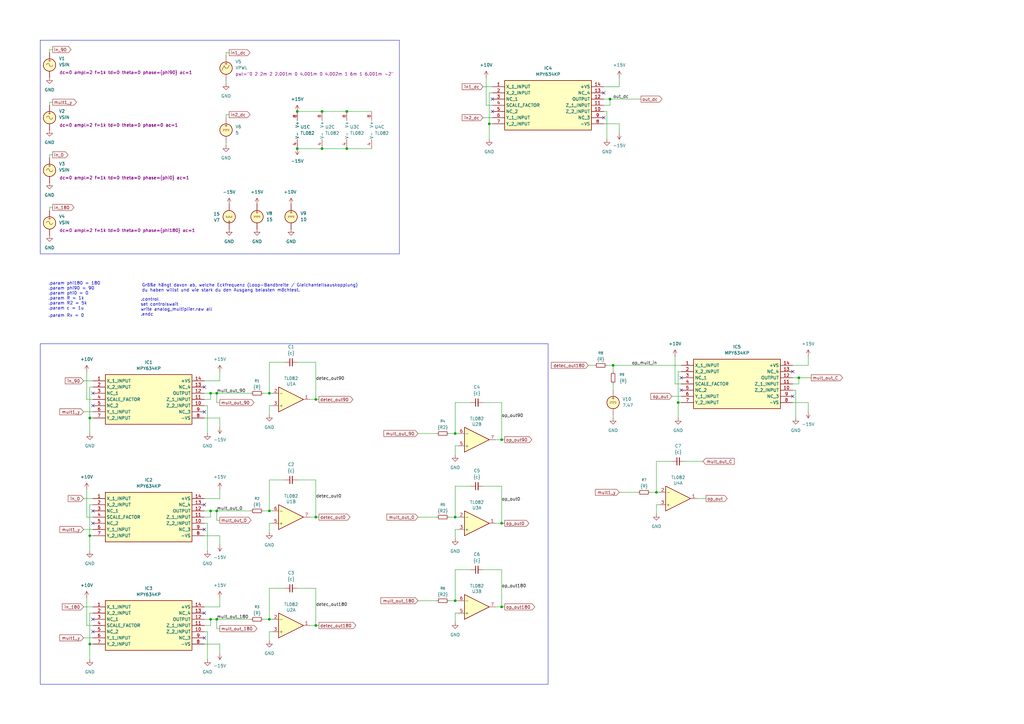
<source format=kicad_sch>
(kicad_sch (version 20250114) (generator "eeschema") (generator_version "9.0")
  (paper "A3")
  (rectangle (start 16.51 140.97) (end 224.79 280.67))
  (rectangle (start 16.51 16.51) (end 163.83 104.14))
  (text ".param phi180 = 180\n.param phi90 = 90\n.param phi0 = 0\n.param R = 1k\n.param R2 = 5k\n.param c = 1u" (at 19.812 121.412 0) (effects (font (size 1.27 1.27)) (justify left)))
  (text ".param Rx = 0\n\n\n" (at 19.812 131.572 0) (effects (font (size 1.27 1.27)) (justify left)))
  (text ".control\nset controlswait\nwrite analog_multiplier.raw all\n.endc" (at 57.658 125.984 0) (effects (font (size 1.27 1.27)) (justify left)))
  (text "Größe hängt davon ab, welche Eckfrequenz (Loop-Bandbreite / Gleichanteils­auskopplung) \ndu haben willst und wie stark du den Ausgang belasten möchtest." (exclude_from_sim yes) (at 58.166 118.11 0) (effects (font (size 1.27 1.27)) (justify left)))
  (junction (at 205.74 214.63))
  (junction (at 269.24 201.93))
  (junction (at 36.83 171.45))
  (junction (at 88.9 161.29))
  (junction (at 205.74 248.92))
  (junction (at 86.36 254))
  (junction (at 205.74 180.34))
  (junction (at 121.92 45.72))
  (junction (at 129.54 256.54))
  (junction (at 142.24 45.72))
  (junction (at 186.69 246.38))
  (junction (at 327.66 154.94))
  (junction (at 200.66 50.8))
  (junction (at 132.08 45.72))
  (junction (at 121.92 60.96))
  (junction (at 88.9 254))
  (junction (at 186.69 177.8))
  (junction (at 129.54 212.09))
  (junction (at 251.46 149.86))
  (junction (at 110.49 209.55))
  (junction (at 88.9 209.55))
  (junction (at 36.83 219.71))
  (junction (at 186.69 212.09))
  (junction (at 110.49 161.29))
  (junction (at 110.49 254))
  (junction (at 250.19 40.64))
  (junction (at 86.36 209.55))
  (junction (at 36.83 264.16))
  (junction (at 278.13 165.1))
  (junction (at 142.24 60.96))
  (junction (at 132.08 60.96))
  (junction (at 86.36 161.29))
  (junction (at 129.54 163.83))
  (no_connect (at 38.1 259.08))
  (no_connect (at 38.1 254))
  (no_connect (at 83.82 168.91))
  (no_connect (at 247.65 48.26))
  (no_connect (at 279.4 154.94))
  (no_connect (at 83.82 158.75))
  (no_connect (at 38.1 161.29))
  (no_connect (at 325.12 162.56))
  (no_connect (at 325.12 152.4))
  (no_connect (at 201.93 40.64))
  (no_connect (at 279.4 160.02))
  (no_connect (at 38.1 166.37))
  (no_connect (at 247.65 38.1))
  (no_connect (at 38.1 209.55))
  (no_connect (at 83.82 217.17))
  (no_connect (at 38.1 214.63))
  (no_connect (at 83.82 251.46))
  (no_connect (at 83.82 261.62))
  (no_connect (at 83.82 207.01))
  (no_connect (at 201.93 45.72))
  (wire (pts (xy 129.54 241.3) (xy 129.54 256.54)))
  (wire (pts (xy 83.82 214.63) (xy 85.09 214.63)))
  (wire (pts (xy 38.1 158.75) (xy 36.83 158.75)))
  (wire (pts (xy 110.49 166.37) (xy 110.49 170.18)))
  (wire (pts (xy 111.76 166.37) (xy 110.49 166.37)))
  (wire (pts (xy 266.7 201.93) (xy 269.24 201.93)))
  (wire (pts (xy 250.19 40.64) (xy 262.89 40.64)))
  (wire (pts (xy 280.67 189.23) (xy 288.29 189.23)))
  (wire (pts (xy 83.82 163.83) (xy 86.36 163.83)))
  (wire (pts (xy 327.66 157.48) (xy 327.66 154.94)))
  (wire (pts (xy 85.09 259.08) (xy 85.09 270.51)))
  (wire (pts (xy 193.04 165.1) (xy 186.69 165.1)))
  (wire (pts (xy 132.08 45.72) (xy 142.24 45.72)))
  (wire (pts (xy 199.39 31.75) (xy 199.39 43.18)))
  (wire (pts (xy 129.54 256.54) (xy 127 256.54)))
  (wire (pts (xy 205.74 199.39) (xy 205.74 214.63)))
  (wire (pts (xy 279.4 152.4) (xy 278.13 152.4)))
  (wire (pts (xy 21.59 20.32) (xy 20.32 20.32)))
  (wire (pts (xy 200.66 50.8) (xy 201.93 50.8)))
  (wire (pts (xy 110.49 148.59) (xy 110.49 161.29)))
  (wire (pts (xy 83.82 259.08) (xy 85.09 259.08)))
  (wire (pts (xy 34.29 248.92) (xy 38.1 248.92)))
  (wire (pts (xy 21.59 41.91) (xy 20.32 41.91)))
  (wire (pts (xy 90.17 223.52) (xy 90.17 219.71)))
  (wire (pts (xy 88.9 254) (xy 102.87 254)))
  (wire (pts (xy 186.69 233.68) (xy 186.69 246.38)))
  (wire (pts (xy 251.46 157.48) (xy 251.46 160.02)))
  (wire (pts (xy 116.84 241.3) (xy 110.49 241.3)))
  (wire (pts (xy 92.71 34.29) (xy 92.71 33.02)))
  (wire (pts (xy 247.65 45.72) (xy 248.92 45.72)))
  (wire (pts (xy 90.17 257.81) (xy 88.9 257.81)))
  (wire (pts (xy 129.54 148.59) (xy 129.54 163.83)))
  (wire (pts (xy 278.13 165.1) (xy 278.13 171.45)))
  (wire (pts (xy 184.15 246.38) (xy 186.69 246.38)))
  (wire (pts (xy 88.9 161.29) (xy 102.87 161.29)))
  (wire (pts (xy 34.29 204.47) (xy 38.1 204.47)))
  (wire (pts (xy 198.12 199.39) (xy 205.74 199.39)))
  (wire (pts (xy 83.82 161.29) (xy 86.36 161.29)))
  (wire (pts (xy 90.17 245.11) (xy 90.17 248.92)))
  (wire (pts (xy 121.92 148.59) (xy 129.54 148.59)))
  (wire (pts (xy 90.17 165.1) (xy 88.9 165.1)))
  (wire (pts (xy 88.9 165.1) (xy 88.9 161.29)))
  (wire (pts (xy 129.54 212.09) (xy 130.81 212.09)))
  (wire (pts (xy 90.17 175.26) (xy 90.17 171.45)))
  (wire (pts (xy 205.74 248.92) (xy 203.2 248.92)))
  (wire (pts (xy 248.92 45.72) (xy 248.92 57.15)))
  (wire (pts (xy 90.17 156.21) (xy 83.82 156.21)))
  (wire (pts (xy 200.66 50.8) (xy 200.66 57.15)))
  (wire (pts (xy 34.29 168.91) (xy 38.1 168.91)))
  (wire (pts (xy 88.9 257.81) (xy 88.9 254)))
  (wire (pts (xy 129.54 163.83) (xy 130.81 163.83)))
  (wire (pts (xy 142.24 60.96) (xy 152.4 60.96)))
  (wire (pts (xy 83.82 256.54) (xy 86.36 256.54)))
  (wire (pts (xy 186.69 246.38) (xy 187.96 246.38)))
  (wire (pts (xy 129.54 196.85) (xy 129.54 212.09)))
  (wire (pts (xy 285.75 204.47) (xy 289.56 204.47)))
  (wire (pts (xy 90.17 267.97) (xy 90.17 264.16)))
  (wire (pts (xy 83.82 166.37) (xy 85.09 166.37)))
  (wire (pts (xy 248.92 149.86) (xy 251.46 149.86)))
  (wire (pts (xy 331.47 168.91) (xy 331.47 165.1)))
  (wire (pts (xy 107.95 161.29) (xy 110.49 161.29)))
  (wire (pts (xy 199.39 43.18) (xy 201.93 43.18)))
  (wire (pts (xy 171.45 246.38) (xy 179.07 246.38)))
  (wire (pts (xy 275.59 162.56) (xy 279.4 162.56)))
  (wire (pts (xy 85.09 214.63) (xy 85.09 226.06)))
  (wire (pts (xy 85.09 166.37) (xy 85.09 177.8)))
  (wire (pts (xy 186.69 251.46) (xy 186.69 255.27)))
  (wire (pts (xy 186.69 165.1) (xy 186.69 177.8)))
  (wire (pts (xy 110.49 214.63) (xy 110.49 218.44)))
  (wire (pts (xy 251.46 170.18) (xy 251.46 171.45)))
  (wire (pts (xy 121.92 241.3) (xy 129.54 241.3)))
  (wire (pts (xy 86.36 256.54) (xy 86.36 254)))
  (wire (pts (xy 88.9 209.55) (xy 102.87 209.55)))
  (wire (pts (xy 35.56 163.83) (xy 38.1 163.83)))
  (wire (pts (xy 35.56 256.54) (xy 38.1 256.54)))
  (wire (pts (xy 36.83 264.16) (xy 38.1 264.16)))
  (wire (pts (xy 205.74 248.92) (xy 207.01 248.92)))
  (wire (pts (xy 186.69 199.39) (xy 186.69 212.09)))
  (wire (pts (xy 243.84 149.86) (xy 241.3 149.86)))
  (wire (pts (xy 110.49 209.55) (xy 111.76 209.55)))
  (wire (pts (xy 111.76 259.08) (xy 110.49 259.08)))
  (wire (pts (xy 254 50.8) (xy 247.65 50.8)))
  (wire (pts (xy 110.49 196.85) (xy 110.49 209.55)))
  (wire (pts (xy 110.49 241.3) (xy 110.49 254)))
  (wire (pts (xy 269.24 189.23) (xy 269.24 201.93)))
  (wire (pts (xy 20.32 63.5) (xy 20.32 64.77)))
  (wire (pts (xy 107.95 209.55) (xy 110.49 209.55)))
  (wire (pts (xy 116.84 196.85) (xy 110.49 196.85)))
  (wire (pts (xy 20.32 41.91) (xy 20.32 43.18)))
  (wire (pts (xy 247.65 40.64) (xy 250.19 40.64)))
  (wire (pts (xy 34.29 217.17) (xy 38.1 217.17)))
  (wire (pts (xy 171.45 177.8) (xy 179.07 177.8)))
  (wire (pts (xy 275.59 189.23) (xy 269.24 189.23)))
  (wire (pts (xy 90.17 219.71) (xy 83.82 219.71)))
  (wire (pts (xy 110.49 259.08) (xy 110.49 262.89)))
  (wire (pts (xy 35.56 212.09) (xy 38.1 212.09)))
  (wire (pts (xy 270.51 207.01) (xy 269.24 207.01)))
  (wire (pts (xy 129.54 256.54) (xy 130.81 256.54)))
  (wire (pts (xy 86.36 209.55) (xy 88.9 209.55)))
  (wire (pts (xy 325.12 157.48) (xy 327.66 157.48)))
  (wire (pts (xy 129.54 163.83) (xy 127 163.83)))
  (wire (pts (xy 83.82 254) (xy 86.36 254)))
  (wire (pts (xy 36.83 264.16) (xy 36.83 270.51)))
  (wire (pts (xy 35.56 200.66) (xy 35.56 212.09)))
  (wire (pts (xy 92.71 21.59) (xy 92.71 22.86)))
  (wire (pts (xy 276.86 157.48) (xy 279.4 157.48)))
  (wire (pts (xy 92.71 46.99) (xy 92.71 48.26)))
  (wire (pts (xy 86.36 163.83) (xy 86.36 161.29)))
  (wire (pts (xy 200.66 38.1) (xy 200.66 50.8)))
  (wire (pts (xy 121.92 196.85) (xy 129.54 196.85)))
  (wire (pts (xy 325.12 160.02) (xy 326.39 160.02)))
  (wire (pts (xy 21.59 85.09) (xy 20.32 85.09)))
  (wire (pts (xy 129.54 212.09) (xy 127 212.09)))
  (wire (pts (xy 250.19 43.18) (xy 250.19 40.64)))
  (wire (pts (xy 83.82 212.09) (xy 86.36 212.09)))
  (wire (pts (xy 205.74 214.63) (xy 207.01 214.63)))
  (wire (pts (xy 205.74 165.1) (xy 205.74 180.34)))
  (wire (pts (xy 254 31.75) (xy 254 35.56)))
  (wire (pts (xy 132.08 60.96) (xy 142.24 60.96)))
  (wire (pts (xy 186.69 182.88) (xy 186.69 186.69)))
  (wire (pts (xy 21.59 63.5) (xy 20.32 63.5)))
  (wire (pts (xy 20.32 85.09) (xy 20.32 86.36)))
  (wire (pts (xy 90.17 264.16) (xy 83.82 264.16)))
  (wire (pts (xy 325.12 154.94) (xy 327.66 154.94)))
  (wire (pts (xy 38.1 207.01) (xy 36.83 207.01)))
  (wire (pts (xy 247.65 43.18) (xy 250.19 43.18)))
  (wire (pts (xy 36.83 158.75) (xy 36.83 171.45)))
  (wire (pts (xy 86.36 212.09) (xy 86.36 209.55)))
  (wire (pts (xy 269.24 207.01) (xy 269.24 210.82)))
  (wire (pts (xy 35.56 152.4) (xy 35.56 163.83)))
  (wire (pts (xy 90.17 204.47) (xy 83.82 204.47)))
  (wire (pts (xy 251.46 149.86) (xy 251.46 152.4)))
  (wire (pts (xy 90.17 213.36) (xy 88.9 213.36)))
  (wire (pts (xy 326.39 160.02) (xy 326.39 171.45)))
  (wire (pts (xy 110.49 161.29) (xy 111.76 161.29)))
  (wire (pts (xy 142.24 45.72) (xy 152.4 45.72)))
  (wire (pts (xy 88.9 213.36) (xy 88.9 209.55)))
  (wire (pts (xy 187.96 251.46) (xy 186.69 251.46)))
  (wire (pts (xy 205.74 233.68) (xy 205.74 248.92)))
  (wire (pts (xy 331.47 146.05) (xy 331.47 149.86)))
  (wire (pts (xy 171.45 212.09) (xy 179.07 212.09)))
  (wire (pts (xy 93.98 46.99) (xy 92.71 46.99)))
  (wire (pts (xy 90.17 152.4) (xy 90.17 156.21)))
  (wire (pts (xy 36.83 171.45) (xy 38.1 171.45)))
  (wire (pts (xy 83.82 209.55) (xy 86.36 209.55)))
  (wire (pts (xy 193.04 199.39) (xy 186.69 199.39)))
  (wire (pts (xy 276.86 146.05) (xy 276.86 157.48)))
  (wire (pts (xy 269.24 201.93) (xy 270.51 201.93)))
  (wire (pts (xy 278.13 165.1) (xy 279.4 165.1)))
  (wire (pts (xy 198.12 48.26) (xy 201.93 48.26)))
  (wire (pts (xy 107.95 254) (xy 110.49 254)))
  (wire (pts (xy 90.17 248.92) (xy 83.82 248.92)))
  (wire (pts (xy 92.71 59.69) (xy 92.71 58.42)))
  (wire (pts (xy 116.84 148.59) (xy 110.49 148.59)))
  (wire (pts (xy 205.74 180.34) (xy 203.2 180.34)))
  (wire (pts (xy 121.92 45.72) (xy 132.08 45.72)))
  (wire (pts (xy 110.49 254) (xy 111.76 254)))
  (wire (pts (xy 186.69 217.17) (xy 186.69 220.98)))
  (wire (pts (xy 327.66 154.94) (xy 332.74 154.94)))
  (wire (pts (xy 331.47 149.86) (xy 325.12 149.86)))
  (wire (pts (xy 90.17 171.45) (xy 83.82 171.45)))
  (wire (pts (xy 205.74 180.34) (xy 207.01 180.34)))
  (wire (pts (xy 36.83 219.71) (xy 38.1 219.71)))
  (wire (pts (xy 34.29 261.62) (xy 38.1 261.62)))
  (wire (pts (xy 93.98 21.59) (xy 92.71 21.59)))
  (wire (pts (xy 198.12 165.1) (xy 205.74 165.1)))
  (wire (pts (xy 198.12 233.68) (xy 205.74 233.68)))
  (wire (pts (xy 184.15 212.09) (xy 186.69 212.09)))
  (wire (pts (xy 186.69 212.09) (xy 187.96 212.09)))
  (wire (pts (xy 201.93 38.1) (xy 200.66 38.1)))
  (wire (pts (xy 254 35.56) (xy 247.65 35.56)))
  (wire (pts (xy 254 54.61) (xy 254 50.8)))
  (wire (pts (xy 254 201.93) (xy 261.62 201.93)))
  (wire (pts (xy 111.76 214.63) (xy 110.49 214.63)))
  (wire (pts (xy 184.15 177.8) (xy 186.69 177.8)))
  (wire (pts (xy 278.13 152.4) (xy 278.13 165.1)))
  (wire (pts (xy 198.12 35.56) (xy 201.93 35.56)))
  (wire (pts (xy 86.36 161.29) (xy 88.9 161.29)))
  (wire (pts (xy 34.29 156.21) (xy 38.1 156.21)))
  (wire (pts (xy 35.56 245.11) (xy 35.56 256.54)))
  (wire (pts (xy 187.96 182.88) (xy 186.69 182.88)))
  (wire (pts (xy 86.36 254) (xy 88.9 254)))
  (wire (pts (xy 251.46 149.86) (xy 279.4 149.86)))
  (wire (pts (xy 186.69 177.8) (xy 187.96 177.8)))
  (wire (pts (xy 90.17 200.66) (xy 90.17 204.47)))
  (wire (pts (xy 187.96 217.17) (xy 186.69 217.17)))
  (wire (pts (xy 331.47 165.1) (xy 325.12 165.1)))
  (wire (pts (xy 36.83 207.01) (xy 36.83 219.71)))
  (wire (pts (xy 36.83 219.71) (xy 36.83 226.06)))
  (wire (pts (xy 38.1 251.46) (xy 36.83 251.46)))
  (wire (pts (xy 205.74 214.63) (xy 203.2 214.63)))
  (wire (pts (xy 36.83 171.45) (xy 36.83 177.8)))
  (wire (pts (xy 36.83 251.46) (xy 36.83 264.16)))
  (wire (pts (xy 193.04 233.68) (xy 186.69 233.68)))
  (wire (pts (xy 121.92 60.96) (xy 132.08 60.96)))
  (wire (pts (xy 20.32 20.32) (xy 20.32 21.59)))
  (label "detec_out180" (at 129.54 248.92 0))
  (label "detec_out0" (at 129.54 204.47 0))
  (label "detec_out90" (at 129.54 156.21 0))
  (label "mult_out_90" (at 88.9 161.29 0))
  (label "mult_out_0" (at 88.9 209.55 0))
  (label "op_out180" (at 205.74 241.3 0))
  (label "op_out90" (at 205.74 171.45 0))
  (label "op_mult_in" (at 259.08 149.86 0))
  (label "op_out0" (at 205.74 205.74 0))
  (label "mult_out_180" (at 88.9 254 0))
  (label "out_dc" (at 251.46 40.64 0))
  (global_label "in_180" (shape output) (at 21.59 85.09 0) (property "Intersheetrefs" "${INTERSHEET_REFS}" (effects (hide yes))))
  (global_label "in_90" (shape input) (at 34.29 156.21 180) (property "Intersheetrefs" "${INTERSHEET_REFS}" (effects (hide yes))))
  (global_label "mult1_y" (shape input) (at 254 201.93 180) (property "Intersheetrefs" "${INTERSHEET_REFS}" (effects (hide yes))))
  (global_label "in_180" (shape input) (at 34.29 248.92 180) (property "Intersheetrefs" "${INTERSHEET_REFS}" (effects (hide yes))))
  (global_label "in_90" (shape output) (at 21.59 20.32 0) (property "Intersheetrefs" "${INTERSHEET_REFS}" (effects (hide yes))))
  (global_label "detec_out90" (shape output) (at 130.81 163.83 0) (property "Intersheetrefs" "${INTERSHEET_REFS}" (effects (hide yes))))
  (global_label "mult_out_180" (shape output) (at 90.17 257.81 0) (property "Intersheetrefs" "${INTERSHEET_REFS}" (effects (hide yes))))
  (global_label "op_out" (shape output) (at 289.56 204.47 0) (property "Intersheetrefs" "${INTERSHEET_REFS}" (effects (hide yes))))
  (global_label "mult_out_90" (shape output) (at 90.17 165.1 0) (property "Intersheetrefs" "${INTERSHEET_REFS}" (effects (hide yes))))
  (global_label "in_0" (shape output) (at 21.59 63.5 0) (property "Intersheetrefs" "${INTERSHEET_REFS}" (effects (hide yes))))
  (global_label "in1_dc" (shape input) (at 198.12 35.56 180) (property "Intersheetrefs" "${INTERSHEET_REFS}" (effects (hide yes))))
  (global_label "detec_out180" (shape output) (at 130.81 256.54 0) (property "Intersheetrefs" "${INTERSHEET_REFS}" (effects (hide yes))))
  (global_label "in2_dc" (shape output) (at 93.98 46.99 0) (property "Intersheetrefs" "${INTERSHEET_REFS}" (effects (hide yes))))
  (global_label "mult1_y" (shape input) (at 34.29 217.17 180) (property "Intersheetrefs" "${INTERSHEET_REFS}" (effects (hide yes))))
  (global_label "in1_dc" (shape output) (at 93.98 21.59 0) (property "Intersheetrefs" "${INTERSHEET_REFS}" (effects (hide yes))))
  (global_label "mult1_y" (shape input) (at 34.29 168.91 180) (property "Intersheetrefs" "${INTERSHEET_REFS}" (effects (hide yes))))
  (global_label "op_out0" (shape output) (at 207.01 214.63 0) (property "Intersheetrefs" "${INTERSHEET_REFS}" (effects (hide yes))))
  (global_label "mult1_y" (shape input) (at 34.29 261.62 180) (property "Intersheetrefs" "${INTERSHEET_REFS}" (effects (hide yes))))
  (global_label "mult1_y" (shape output) (at 21.59 41.91 0) (property "Intersheetrefs" "${INTERSHEET_REFS}" (effects (hide yes))))
  (global_label "mult_out_180" (shape input) (at 171.45 246.38 180) (property "Intersheetrefs" "${INTERSHEET_REFS}" (effects (hide yes))))
  (global_label "out_dc" (shape output) (at 262.89 40.64 0) (property "Intersheetrefs" "${INTERSHEET_REFS}" (effects (hide yes))))
  (global_label "detec_out0" (shape output) (at 130.81 212.09 0) (property "Intersheetrefs" "${INTERSHEET_REFS}" (effects (hide yes))))
  (global_label "op_out180" (shape output) (at 207.01 248.92 0) (property "Intersheetrefs" "${INTERSHEET_REFS}" (effects (hide yes))))
  (global_label "mult_out_90" (shape input) (at 171.45 177.8 180) (property "Intersheetrefs" "${INTERSHEET_REFS}" (effects (hide yes))))
  (global_label "mult_out_0" (shape input) (at 171.45 212.09 180) (property "Intersheetrefs" "${INTERSHEET_REFS}" (effects (hide yes))))
  (global_label "mult_out_C" (shape input) (at 288.29 189.23 0) (property "Intersheetrefs" "${INTERSHEET_REFS}" (effects (hide yes))))
  (global_label "mult_out_0" (shape output) (at 90.17 213.36 0) (property "Intersheetrefs" "${INTERSHEET_REFS}" (effects (hide yes))))
  (global_label "detec_out180" (shape input) (at 241.3 149.86 180) (property "Intersheetrefs" "${INTERSHEET_REFS}" (effects (hide yes))))
  (global_label "mult_out_C" (shape output) (at 332.74 154.94 0) (property "Intersheetrefs" "${INTERSHEET_REFS}" (effects (hide yes))))
  (global_label "op_out90" (shape output) (at 207.01 180.34 0) (property "Intersheetrefs" "${INTERSHEET_REFS}" (effects (hide yes))))
  (global_label "in_0" (shape input) (at 34.29 204.47 180) (property "Intersheetrefs" "${INTERSHEET_REFS}" (effects (hide yes))))
  (global_label "op_out" (shape input) (at 275.59 162.56 180) (property "Intersheetrefs" "${INTERSHEET_REFS}" (effects (hide yes))))
  (global_label "in2_dc" (shape input) (at 198.12 48.26 180) (property "Intersheetrefs" "${INTERSHEET_REFS}" (effects (hide yes))))
  (symbol (lib_id "Simulation_SPICE:VPWL") (at 92.71 27.94 0) (unit 1)
    (property "Reference" "V5" (at 96.52 25.2701 0) (effects (justify left)))
    (property "Value" "VPWL" (at 96.52 27.8101 0) (effects (justify left)))
    (property "Datasheet" "https://ngspice.sourceforge.io/docs/ngspice-html-manual/manual.xhtml#sec_Independent_Sources_for" (effects (hide yes)))
    (property "Description" "Voltage source, piece-wise linear" (effects (hide yes)))
    (property "Sim.Pins" "1=+ 2=-" (effects (hide yes)))
    (property "Sim.Device" "V" (effects (hide yes)))
    (property "Sim.Params" "pwl=\"0 2 2m 2 2.001m 0 4.001m 0 4.002m 1 6m 1 6.001m -2\"" (at 96.52 30.3501 0) (effects (justify left)))
    (property "Sim.Type" "PWL" (effects (hide yes)))
  )
  (symbol (lib_id "Device:R_Small") (at 105.41 209.55 90) (unit 1)
    (property "Reference" "R2" (at 105.41 204.47 90) (effects (font (size 1.016 1.016))))
    (property "Value" "{R}" (at 105.41 207.01 90))
    (property "Footprint" "000_Footprints:Resistor" (effects (hide yes)))
    (property "Description" "Resistor, small symbol" (effects (hide yes)))
  )
  (symbol (lib_id "power:GND") (at 36.83 270.51 0) (unit 1)
    (property "Reference" "#PWR010" (effects (hide yes)))
    (property "Value" "GND" (at 36.83 275.59 0))
    (property "Description" "Power symbol creates a global label with name \"GND\" , ground" (effects (hide yes)))
  )
  (symbol (lib_id "Device:R_Small") (at 105.41 161.29 90) (unit 1)
    (property "Reference" "R1" (at 105.41 156.21 90) (effects (font (size 1.016 1.016))))
    (property "Value" "{R}" (at 105.41 158.75 90))
    (property "Footprint" "000_Footprints:Resistor" (effects (hide yes)))
    (property "Description" "Resistor, small symbol" (effects (hide yes)))
  )
  (symbol (lib_id "Simulation_SPICE:VDC") (at 251.46 165.1 0) (unit 1)
    (property "Reference" "V10" (at 255.27 163.7001 0) (effects (justify left)))
    (property "Value" "7.47" (at 255.27 166.2401 0) (effects (justify left)))
    (property "Datasheet" "https://ngspice.sourceforge.io/docs/ngspice-html-manual/manual.xhtml#sec_Independent_Sources_for" (effects (hide yes)))
    (property "Description" "Voltage source, DC" (effects (hide yes)))
    (property "Sim.Pins" "1=+ 2=-" (effects (hide yes)))
    (property "Sim.Type" "DC" (effects (hide yes)))
    (property "Sim.Device" "V" (effects (hide yes)))
  )
  (symbol (lib_id "Simulation_SPICE:VSIN") (at 20.32 26.67 0) (unit 1)
    (property "Reference" "V1" (at 24.13 24.0001 0) (effects (justify left)))
    (property "Value" "VSIN" (at 24.13 26.5401 0) (effects (justify left)))
    (property "Datasheet" "https://ngspice.sourceforge.io/docs/ngspice-html-manual/manual.xhtml#sec_Independent_Sources_for" (effects (hide yes)))
    (property "Description" "Voltage source, sinusoidal" (effects (hide yes)))
    (property "Sim.Pins" "1=+ 2=-" (effects (hide yes)))
    (property "Sim.Params" "dc=0 ampl=2 f=1k td=0 theta=0 phase={phi90} ac=1" (at 24.384 29.718 0) (effects (justify left)))
    (property "Sim.Type" "SIN" (effects (hide yes)))
    (property "Sim.Device" "V" (effects (hide yes)))
  )
  (symbol (lib_id "power:+15V") (at 331.47 146.05 0) (unit 1)
    (property "Reference" "#PWR045" (effects (hide yes)))
    (property "Value" "+15V" (at 331.47 140.97 0))
    (property "Description" "Power symbol creates a global label with name \"+15V\"" (effects (hide yes)))
  )
  (symbol (lib_id "power:GND") (at 200.66 57.15 0) (unit 1)
    (property "Reference" "#PWR037" (effects (hide yes)))
    (property "Value" "GND" (at 200.66 62.23 0))
    (property "Description" "Power symbol creates a global label with name \"GND\" , ground" (effects (hide yes)))
  )
  (symbol (lib_id "Simulation_SPICE:VSIN") (at 20.32 91.44 0) (unit 1)
    (property "Reference" "V4" (at 24.13 88.7701 0) (effects (justify left)))
    (property "Value" "VSIN" (at 24.13 91.3101 0) (effects (justify left)))
    (property "Datasheet" "https://ngspice.sourceforge.io/docs/ngspice-html-manual/manual.xhtml#sec_Independent_Sources_for" (effects (hide yes)))
    (property "Description" "Voltage source, sinusoidal" (effects (hide yes)))
    (property "Sim.Pins" "1=+ 2=-" (effects (hide yes)))
    (property "Sim.Params" "dc=0 ampl=2 f=1k td=0 theta=0 phase={phi180} ac=1" (at 24.384 94.488 0) (effects (justify left)))
    (property "Sim.Type" "SIN" (effects (hide yes)))
    (property "Sim.Device" "V" (effects (hide yes)))
  )
  (symbol (lib_id "power:GND") (at 278.13 171.45 0) (unit 1)
    (property "Reference" "#PWR042" (effects (hide yes)))
    (property "Value" "GND" (at 278.13 176.53 0))
    (property "Description" "Power symbol creates a global label with name \"GND\" , ground" (effects (hide yes)))
  )
  (symbol (lib_id "power:GND") (at 85.09 270.51 0) (unit 1)
    (property "Reference" "#PWR013" (effects (hide yes)))
    (property "Value" "GND" (at 85.09 275.59 0))
    (property "Description" "Power symbol creates a global label with name \"GND\" , ground" (effects (hide yes)))
  )
  (symbol (lib_id "power:GND") (at 186.69 220.98 0) (unit 1)
    (property "Reference" "#PWR034" (effects (hide yes)))
    (property "Value" "GND" (at 186.69 226.06 0))
    (property "Description" "Power symbol creates a global label with name \"GND\" , ground" (effects (hide yes)))
  )
  (symbol (lib_id "power:+15V") (at 35.56 245.11 0) (unit 1)
    (property "Reference" "#PWR07" (effects (hide yes)))
    (property "Value" "+10V" (at 35.56 240.03 0))
    (property "Description" "Power symbol creates a global label with name \"+15V\"" (effects (hide yes)))
  )
  (symbol (lib_id "BA_Footprints:MPY634KP") (at 201.93 35.56 0) (unit 1)
    (property "Reference" "IC4" (at 224.79 27.94 0))
    (property "Value" "MPY634KP" (at 224.79 30.48 0))
    (property "Footprint" "DIP794W53P254L1930H508Q14N" (effects (hide yes)))
    (property "Datasheet" "http://www.ti.com/lit/gpn/mpy634" (effects (hide yes)))
    (property "Description" "Wide Bandwidth Precision Analog Multiplier" (effects (hide yes)))
    (property "Height" "5.08" (effects (hide yes)))
    (property "Mouser Part Number" "595-MPY634KP" (effects (hide yes)))
    (property "Mouser Price/Stock" "https://www.mouser.co.uk/ProductDetail/Texas-Instruments/MPY634KP?qs=paYhMW8qfitgLgQ%252B%2FVQr7Q%3D%3D" (effects (hide yes)))
    (property "Manufacturer_Name" "Texas Instruments" (effects (hide yes)))
    (property "Manufacturer_Part_Number" "MPY634KP" (effects (hide yes)))
    (property "Sim.Library" "mpy634_tina.lib" (effects (hide yes)))
    (property "Sim.Name" "MPY634_behavioral" (effects (hide yes)))
    (property "Sim.Device" "SUBCKT" (effects (hide yes)))
    (property "Sim.Pins" "1=X1 2=X2 4=SF 6=Y1 7=Y2 8=-Vs 10=Z2 11=Z1 12=Out 14=+Vs" (effects (hide yes)))
  )
  (symbol (lib_id "power:+15V") (at 93.98 83.82 0) (unit 1)
    (property "Reference" "#PWR022" (effects (hide yes)))
    (property "Value" "-15V" (at 93.98 78.74 0))
    (property "Description" "Power symbol creates a global label with name \"+15V\"" (effects (hide yes)))
  )
  (symbol (lib_id "Device:R_Small") (at 264.16 201.93 90) (unit 1)
    (property "Reference" "R7" (at 264.16 196.85 90) (effects (font (size 1.016 1.016))))
    (property "Value" "{R}" (at 264.16 199.39 90))
    (property "Footprint" "000_Footprints:Resistor" (effects (hide yes)))
    (property "Description" "Resistor, small symbol" (effects (hide yes)))
  )
  (symbol (lib_id "power:+15V") (at 121.92 60.96 180) (unit 1)
    (property "Reference" "#PWR032" (effects (hide yes)))
    (property "Value" "-15V" (at 121.92 66.04 0))
    (property "Description" "Power symbol creates a global label with name \"+15V\"" (effects (hide yes)))
  )
  (symbol (lib_id "Device:R_Small") (at 251.46 154.94 180) (unit 1)
    (property "Reference" "R9" (at 254 153.6699 0) (effects (font (size 1.016 1.016)) (justify right)))
    (property "Value" "{R}" (at 254 156.2099 0) (effects (justify right)))
    (property "Footprint" "000_Footprints:Resistor" (effects (hide yes)))
    (property "Description" "Resistor, small symbol" (effects (hide yes)))
  )
  (symbol (lib_id "Amplifier_Operational:TL082") (at 154.94 53.34 0) (unit 3)
    (property "Reference" "U4" (at 153.67 52.0699 0) (effects (justify left)))
    (property "Value" "TL082" (at 153.67 54.6099 0) (effects (justify left)))
    (property "Footprint" "Package_DIP:CERDIP-8_W7.62mm_SideBrazed_LongPads_Socket" (effects (hide yes)))
    (property "Datasheet" "http://www.ti.com/lit/ds/symlink/tl081.pdf" (effects (hide yes)))
    (property "Description" "Dual JFET-Input Operational Amplifiers, DIP-8/SOIC-8/SSOP-8" (effects (hide yes)))
    (property "Sim.Library" "TL082-dual.lib" (effects (hide yes)))
    (property "Sim.Name" "TL082-dual" (effects (hide yes)))
    (property "Sim.Device" "SUBCKT" (effects (hide yes)))
    (property "Sim.Pins" "1=1out 2=1in- 3=1in+ 4=vcc- 5=2in+ 6=2in- 7=2out 8=vcc+" (effects (hide yes)))
  )
  (symbol (lib_id "power:GND") (at 93.98 93.98 0) (unit 1)
    (property "Reference" "#PWR023" (effects (hide yes)))
    (property "Value" "GND" (at 93.98 99.06 0))
    (property "Description" "Power symbol creates a global label with name \"GND\" , ground" (effects (hide yes)))
  )
  (symbol (lib_id "Device:C_Small") (at 195.58 233.68 90) (unit 1)
    (property "Reference" "C6" (at 195.5863 227.33 90))
    (property "Value" "{c}" (at 195.5863 229.87 90))
    (property "Description" "Unpolarized capacitor, small symbol" (effects (hide yes)))
  )
  (symbol (lib_id "power:GND") (at 85.09 226.06 0) (unit 1)
    (property "Reference" "#PWR012" (effects (hide yes)))
    (property "Value" "GND" (at 85.09 231.14 0))
    (property "Description" "Power symbol creates a global label with name \"GND\" , ground" (effects (hide yes)))
  )
  (symbol (lib_id "Amplifier_Operational:TL082") (at 278.13 204.47 0) (mirror x) (unit 1)
    (property "Reference" "U4" (at 278.13 198.12 0))
    (property "Value" "TL082" (at 278.13 195.834 0))
    (property "Footprint" "Package_DIP:CERDIP-8_W7.62mm_SideBrazed_LongPads_Socket" (effects (hide yes)))
    (property "Datasheet" "http://www.ti.com/lit/ds/symlink/tl081.pdf" (effects (hide yes)))
    (property "Description" "Dual JFET-Input Operational Amplifiers, DIP-8/SOIC-8/SSOP-8" (effects (hide yes)))
    (property "Sim.Library" "TL082-dual.lib" (effects (hide yes)))
    (property "Sim.Name" "TL082-dual" (effects (hide yes)))
    (property "Sim.Device" "SUBCKT" (effects (hide yes)))
    (property "Sim.Pins" "1=1out 2=1in- 3=1in+ 4=vcc- 5=2in+ 6=2in- 7=2out 8=vcc+" (effects (hide yes)))
  )
  (symbol (lib_id "power:GND") (at 92.71 34.29 0) (unit 1)
    (property "Reference" "#PWR020" (effects (hide yes)))
    (property "Value" "GND" (at 92.71 39.37 0))
    (property "Description" "Power symbol creates a global label with name \"GND\" , ground" (effects (hide yes)))
  )
  (symbol (lib_id "Device:R_Small") (at 181.61 177.8 90) (unit 1)
    (property "Reference" "R4" (at 181.61 172.72 90) (effects (font (size 1.016 1.016))))
    (property "Value" "{R2}" (at 181.61 175.26 90))
    (property "Footprint" "000_Footprints:Resistor" (effects (hide yes)))
    (property "Description" "Resistor, small symbol" (effects (hide yes)))
  )
  (symbol (lib_id "power:+15V") (at 105.41 83.82 0) (unit 1)
    (property "Reference" "#PWR024" (effects (hide yes)))
    (property "Value" "+15V" (at 105.41 78.74 0))
    (property "Description" "Power symbol creates a global label with name \"+15V\"" (effects (hide yes)))
  )
  (symbol (lib_id "Device:C_Small") (at 278.13 189.23 90) (unit 1)
    (property "Reference" "C7" (at 278.1363 182.88 90))
    (property "Value" "{c}" (at 278.1363 185.42 90))
    (property "Description" "Unpolarized capacitor, small symbol" (effects (hide yes)))
  )
  (symbol (lib_id "power:+15V") (at 35.56 200.66 0) (unit 1)
    (property "Reference" "#PWR06" (effects (hide yes)))
    (property "Value" "+10V" (at 35.56 195.58 0))
    (property "Description" "Power symbol creates a global label with name \"+15V\"" (effects (hide yes)))
  )
  (symbol (lib_id "power:GND") (at 85.09 177.8 0) (unit 1)
    (property "Reference" "#PWR011" (effects (hide yes)))
    (property "Value" "GND" (at 85.09 182.88 0))
    (property "Description" "Power symbol creates a global label with name \"GND\" , ground" (effects (hide yes)))
  )
  (symbol (lib_id "Simulation_SPICE:VDC") (at 92.71 53.34 0) (unit 1)
    (property "Reference" "V6" (at 96.52 51.9401 0) (effects (justify left)))
    (property "Value" "5" (at 96.52 54.4801 0) (effects (justify left)))
    (property "Datasheet" "https://ngspice.sourceforge.io/docs/ngspice-html-manual/manual.xhtml#sec_Independent_Sources_for" (effects (hide yes)))
    (property "Description" "Voltage source, DC" (effects (hide yes)))
    (property "Sim.Pins" "1=+ 2=-" (effects (hide yes)))
    (property "Sim.Type" "DC" (effects (hide yes)))
    (property "Sim.Device" "V" (effects (hide yes)))
  )
  (symbol (lib_id "power:+15V") (at 90.17 245.11 0) (unit 1)
    (property "Reference" "#PWR018" (effects (hide yes)))
    (property "Value" "+15V" (at 90.17 240.03 0))
    (property "Description" "Power symbol creates a global label with name \"+15V\"" (effects (hide yes)))
  )
  (symbol (lib_id "Device:C_Small") (at 119.38 241.3 90) (unit 1)
    (property "Reference" "C3" (at 119.3863 234.95 90))
    (property "Value" "{c}" (at 119.3863 237.49 90))
    (property "Description" "Unpolarized capacitor, small symbol" (effects (hide yes)))
  )
  (symbol (lib_id "BA_Footprints:MPY634KP") (at 38.1 204.47 0) (unit 1)
    (property "Reference" "IC2" (at 60.96 196.85 0))
    (property "Value" "MPY634KP" (at 60.96 199.39 0))
    (property "Footprint" "DIP794W53P254L1930H508Q14N" (effects (hide yes)))
    (property "Datasheet" "http://www.ti.com/lit/gpn/mpy634" (effects (hide yes)))
    (property "Description" "Wide Bandwidth Precision Analog Multiplier" (effects (hide yes)))
    (property "Height" "5.08" (effects (hide yes)))
    (property "Mouser Part Number" "595-MPY634KP" (effects (hide yes)))
    (property "Mouser Price/Stock" "https://www.mouser.co.uk/ProductDetail/Texas-Instruments/MPY634KP?qs=paYhMW8qfitgLgQ%252B%2FVQr7Q%3D%3D" (effects (hide yes)))
    (property "Manufacturer_Name" "Texas Instruments" (effects (hide yes)))
    (property "Manufacturer_Part_Number" "MPY634KP" (effects (hide yes)))
    (property "Sim.Library" "mpy634_tina.lib" (effects (hide yes)))
    (property "Sim.Name" "MPY634_behavioral" (effects (hide yes)))
    (property "Sim.Device" "SUBCKT" (effects (hide yes)))
    (property "Sim.Pins" "1=X1 2=X2 4=SF 6=Y1 7=Y2 8=-Vs 10=Z2 11=Z1 12=Out 14=+Vs" (effects (hide yes)))
  )
  (symbol (lib_id "power:+15V") (at 254 31.75 0) (unit 1)
    (property "Reference" "#PWR039" (effects (hide yes)))
    (property "Value" "+15V" (at 254 26.67 0))
    (property "Description" "Power symbol creates a global label with name \"+15V\"" (effects (hide yes)))
  )
  (symbol (lib_id "power:GND") (at 20.32 31.75 0) (unit 1)
    (property "Reference" "#PWR01" (effects (hide yes)))
    (property "Value" "GND" (at 20.32 36.83 0))
    (property "Description" "Power symbol creates a global label with name \"GND\" , ground" (effects (hide yes)))
  )
  (symbol (lib_id "power:GND") (at 110.49 262.89 0) (unit 1)
    (property "Reference" "#PWR028" (effects (hide yes)))
    (property "Value" "GND" (at 110.49 267.97 0))
    (property "Description" "Power symbol creates a global label with name \"GND\" , ground" (effects (hide yes)))
  )
  (symbol (lib_id "Device:C_Small") (at 119.38 148.59 90) (unit 1)
    (property "Reference" "C1" (at 119.3863 142.24 90))
    (property "Value" "{c}" (at 119.3863 144.78 90))
    (property "Description" "Unpolarized capacitor, small symbol" (effects (hide yes)))
  )
  (symbol (lib_id "Simulation_SPICE:VDC") (at 93.98 88.9 180) (unit 1)
    (property "Reference" "V7" (at 90.17 90.2999 0) (effects (justify left)))
    (property "Value" "15" (at 90.17 87.7599 0) (effects (justify left)))
    (property "Datasheet" "https://ngspice.sourceforge.io/docs/ngspice-html-manual/manual.xhtml#sec_Independent_Sources_for" (effects (hide yes)))
    (property "Description" "Voltage source, DC" (effects (hide yes)))
    (property "Sim.Pins" "1=+ 2=-" (effects (hide yes)))
    (property "Sim.Type" "DC" (effects (hide yes)))
    (property "Sim.Device" "V" (effects (hide yes)))
  )
  (symbol (lib_id "Simulation_SPICE:VSIN") (at 20.32 69.85 0) (unit 1)
    (property "Reference" "V3" (at 24.13 67.1801 0) (effects (justify left)))
    (property "Value" "VSIN" (at 24.13 69.7201 0) (effects (justify left)))
    (property "Datasheet" "https://ngspice.sourceforge.io/docs/ngspice-html-manual/manual.xhtml#sec_Independent_Sources_for" (effects (hide yes)))
    (property "Description" "Voltage source, sinusoidal" (effects (hide yes)))
    (property "Sim.Pins" "1=+ 2=-" (effects (hide yes)))
    (property "Sim.Params" "dc=0 ampl=2 f=1k td=0 theta=0 phase={phi0} ac=1" (at 24.384 72.898 0) (effects (justify left)))
    (property "Sim.Type" "SIN" (effects (hide yes)))
    (property "Sim.Device" "V" (effects (hide yes)))
  )
  (symbol (lib_id "BA_Footprints:MPY634KP") (at 38.1 248.92 0) (unit 1)
    (property "Reference" "IC3" (at 60.96 241.3 0))
    (property "Value" "MPY634KP" (at 60.96 243.84 0))
    (property "Footprint" "DIP794W53P254L1930H508Q14N" (effects (hide yes)))
    (property "Datasheet" "http://www.ti.com/lit/gpn/mpy634" (effects (hide yes)))
    (property "Description" "Wide Bandwidth Precision Analog Multiplier" (effects (hide yes)))
    (property "Height" "5.08" (effects (hide yes)))
    (property "Mouser Part Number" "595-MPY634KP" (effects (hide yes)))
    (property "Mouser Price/Stock" "https://www.mouser.co.uk/ProductDetail/Texas-Instruments/MPY634KP?qs=paYhMW8qfitgLgQ%252B%2FVQr7Q%3D%3D" (effects (hide yes)))
    (property "Manufacturer_Name" "Texas Instruments" (effects (hide yes)))
    (property "Manufacturer_Part_Number" "MPY634KP" (effects (hide yes)))
    (property "Sim.Library" "mpy634_tina.lib" (effects (hide yes)))
    (property "Sim.Name" "MPY634_behavioral" (effects (hide yes)))
    (property "Sim.Device" "SUBCKT" (effects (hide yes)))
    (property "Sim.Pins" "1=X1 2=X2 4=SF 6=Y1 7=Y2 8=-Vs 10=Z2 11=Z1 12=Out 14=+Vs" (effects (hide yes)))
  )
  (symbol (lib_id "power:GND") (at 110.49 170.18 0) (unit 1)
    (property "Reference" "#PWR026" (effects (hide yes)))
    (property "Value" "GND" (at 110.49 175.26 0))
    (property "Description" "Power symbol creates a global label with name \"GND\" , ground" (effects (hide yes)))
  )
  (symbol (lib_id "power:GND") (at 326.39 171.45 0) (unit 1)
    (property "Reference" "#PWR044" (effects (hide yes)))
    (property "Value" "GND" (at 326.39 176.53 0))
    (property "Description" "Power symbol creates a global label with name \"GND\" , ground" (effects (hide yes)))
  )
  (symbol (lib_id "power:+15V") (at 119.38 83.82 0) (unit 1)
    (property "Reference" "#PWR029" (effects (hide yes)))
    (property "Value" "+10V" (at 116.332 78.74 0) (effects (justify left)))
    (property "Description" "Power symbol creates a global label with name \"+15V\"" (effects (hide yes)))
  )
  (symbol (lib_id "power:+15V") (at 121.92 45.72 0) (unit 1)
    (property "Reference" "#PWR031" (effects (hide yes)))
    (property "Value" "+15V" (at 121.92 40.64 0))
    (property "Description" "Power symbol creates a global label with name \"+15V\"" (effects (hide yes)))
  )
  (symbol (lib_id "power:+15V") (at 90.17 200.66 0) (unit 1)
    (property "Reference" "#PWR016" (effects (hide yes)))
    (property "Value" "+15V" (at 90.17 195.58 0))
    (property "Description" "Power symbol creates a global label with name \"+15V\"" (effects (hide yes)))
  )
  (symbol (lib_id "power:GND") (at 186.69 186.69 0) (unit 1)
    (property "Reference" "#PWR033" (effects (hide yes)))
    (property "Value" "GND" (at 186.69 191.77 0))
    (property "Description" "Power symbol creates a global label with name \"GND\" , ground" (effects (hide yes)))
  )
  (symbol (lib_id "Simulation_SPICE:VDC") (at 119.38 88.9 0) (unit 1)
    (property "Reference" "V9" (at 123.19 87.5001 0) (effects (justify left)))
    (property "Value" "10" (at 123.19 90.0401 0) (effects (justify left)))
    (property "Datasheet" "https://ngspice.sourceforge.io/docs/ngspice-html-manual/manual.xhtml#sec_Independent_Sources_for" (effects (hide yes)))
    (property "Description" "Voltage source, DC" (effects (hide yes)))
    (property "Sim.Pins" "1=+ 2=-" (effects (hide yes)))
    (property "Sim.Type" "DC" (effects (hide yes)))
    (property "Sim.Device" "V" (effects (hide yes)))
  )
  (symbol (lib_id "Amplifier_Operational:TL082") (at 144.78 53.34 0) (unit 3)
    (property "Reference" "U3" (at 143.51 52.0699 0) (effects (justify left)))
    (property "Value" "TL082" (at 143.51 54.6099 0) (effects (justify left)))
    (property "Footprint" "Package_DIP:CERDIP-8_W7.62mm_SideBrazed_LongPads_Socket" (effects (hide yes)))
    (property "Datasheet" "http://www.ti.com/lit/ds/symlink/tl081.pdf" (effects (hide yes)))
    (property "Description" "Dual JFET-Input Operational Amplifiers, DIP-8/SOIC-8/SSOP-8" (effects (hide yes)))
    (property "Sim.Library" "TL082-dual.lib" (effects (hide yes)))
    (property "Sim.Name" "TL082-dual" (effects (hide yes)))
    (property "Sim.Device" "SUBCKT" (effects (hide yes)))
    (property "Sim.Pins" "1=1out 2=1in- 3=1in+ 4=vcc- 5=2in+ 6=2in- 7=2out 8=vcc+" (effects (hide yes)))
  )
  (symbol (lib_id "power:GND") (at 186.69 255.27 0) (unit 1)
    (property "Reference" "#PWR035" (effects (hide yes)))
    (property "Value" "GND" (at 186.69 260.35 0))
    (property "Description" "Power symbol creates a global label with name \"GND\" , ground" (effects (hide yes)))
  )
  (symbol (lib_id "power:+15V") (at 35.56 152.4 0) (unit 1)
    (property "Reference" "#PWR05" (effects (hide yes)))
    (property "Value" "+10V" (at 35.56 147.32 0))
    (property "Description" "Power symbol creates a global label with name \"+15V\"" (effects (hide yes)))
  )
  (symbol (lib_id "Simulation_SPICE:VSIN") (at 20.32 48.26 0) (unit 1)
    (property "Reference" "V2" (at 24.13 45.5901 0) (effects (justify left)))
    (property "Value" "VSIN" (at 24.13 48.1301 0) (effects (justify left)))
    (property "Datasheet" "https://ngspice.sourceforge.io/docs/ngspice-html-manual/manual.xhtml#sec_Independent_Sources_for" (effects (hide yes)))
    (property "Description" "Voltage source, sinusoidal" (effects (hide yes)))
    (property "Sim.Pins" "1=+ 2=-" (effects (hide yes)))
    (property "Sim.Params" "dc=0 ampl=2 f=1k td=0 theta=0 phase=0 ac=1" (at 24.384 51.308 0) (effects (justify left)))
    (property "Sim.Type" "SIN" (effects (hide yes)))
    (property "Sim.Device" "V" (effects (hide yes)))
  )
  (symbol (lib_id "BA_Footprints:MPY634KP") (at 279.4 149.86 0) (unit 1)
    (property "Reference" "IC5" (at 302.26 142.24 0))
    (property "Value" "MPY634KP" (at 302.26 144.78 0))
    (property "Footprint" "DIP794W53P254L1930H508Q14N" (effects (hide yes)))
    (property "Datasheet" "http://www.ti.com/lit/gpn/mpy634" (effects (hide yes)))
    (property "Description" "Wide Bandwidth Precision Analog Multiplier" (effects (hide yes)))
    (property "Height" "5.08" (effects (hide yes)))
    (property "Mouser Part Number" "595-MPY634KP" (effects (hide yes)))
    (property "Mouser Price/Stock" "https://www.mouser.co.uk/ProductDetail/Texas-Instruments/MPY634KP?qs=paYhMW8qfitgLgQ%252B%2FVQr7Q%3D%3D" (effects (hide yes)))
    (property "Manufacturer_Name" "Texas Instruments" (effects (hide yes)))
    (property "Manufacturer_Part_Number" "MPY634KP" (effects (hide yes)))
    (property "Sim.Library" "mpy634_tina.lib" (effects (hide yes)))
    (property "Sim.Name" "MPY634_behavioral" (effects (hide yes)))
    (property "Sim.Device" "SUBCKT" (effects (hide yes)))
    (property "Sim.Pins" "1=X1 2=X2 4=SF 6=Y1 7=Y2 8=-Vs 10=Z2 11=Z1 12=Out 14=+Vs" (effects (hide yes)))
  )
  (symbol (lib_id "power:GND") (at 119.38 93.98 0) (unit 1)
    (property "Reference" "#PWR030" (effects (hide yes)))
    (property "Value" "GND" (at 119.38 99.06 0))
    (property "Description" "Power symbol creates a global label with name \"GND\" , ground" (effects (hide yes)))
  )
  (symbol (lib_id "power:GND") (at 36.83 226.06 0) (unit 1)
    (property "Reference" "#PWR09" (effects (hide yes)))
    (property "Value" "GND" (at 36.83 231.14 0))
    (property "Description" "Power symbol creates a global label with name \"GND\" , ground" (effects (hide yes)))
  )
  (symbol (lib_id "Amplifier_Operational:TL082") (at 119.38 163.83 0) (mirror x) (unit 1)
    (property "Reference" "U1" (at 119.38 157.48 0))
    (property "Value" "TL082" (at 119.38 155.194 0))
    (property "Footprint" "Package_DIP:CERDIP-8_W7.62mm_SideBrazed_LongPads_Socket" (effects (hide yes)))
    (property "Datasheet" "http://www.ti.com/lit/ds/symlink/tl081.pdf" (effects (hide yes)))
    (property "Description" "Dual JFET-Input Operational Amplifiers, DIP-8/SOIC-8/SSOP-8" (effects (hide yes)))
    (property "Sim.Library" "TL082-dual.lib" (effects (hide yes)))
    (property "Sim.Name" "TL082-dual" (effects (hide yes)))
    (property "Sim.Device" "SUBCKT" (effects (hide yes)))
    (property "Sim.Pins" "1=1out 2=1in- 3=1in+ 4=vcc- 5=2in+ 6=2in- 7=2out 8=vcc+" (effects (hide yes)))
  )
  (symbol (lib_id "Amplifier_Operational:TL082") (at 195.58 248.92 0) (mirror x) (unit 2)
    (property "Reference" "U3" (at 195.58 242.57 0))
    (property "Value" "TL082" (at 195.58 240.284 0))
    (property "Footprint" "Package_DIP:CERDIP-8_W7.62mm_SideBrazed_LongPads_Socket" (effects (hide yes)))
    (property "Datasheet" "http://www.ti.com/lit/ds/symlink/tl081.pdf" (effects (hide yes)))
    (property "Description" "Dual JFET-Input Operational Amplifiers, DIP-8/SOIC-8/SSOP-8" (effects (hide yes)))
    (property "Sim.Library" "TL082-dual.lib" (effects (hide yes)))
    (property "Sim.Name" "TL082-dual" (effects (hide yes)))
    (property "Sim.Device" "SUBCKT" (effects (hide yes)))
    (property "Sim.Pins" "1=1out 2=1in- 3=1in+ 4=vcc- 5=2in+ 6=2in- 7=2out 8=vcc+" (effects (hide yes)))
  )
  (symbol (lib_id "Device:R_Small") (at 105.41 254 90) (unit 1)
    (property "Reference" "R3" (at 105.41 248.92 90) (effects (font (size 1.016 1.016))))
    (property "Value" "{R}" (at 105.41 251.46 90))
    (property "Footprint" "000_Footprints:Resistor" (effects (hide yes)))
    (property "Description" "Resistor, small symbol" (effects (hide yes)))
  )
  (symbol (lib_id "power:GND") (at 110.49 218.44 0) (unit 1)
    (property "Reference" "#PWR027" (effects (hide yes)))
    (property "Value" "GND" (at 110.49 223.52 0))
    (property "Description" "Power symbol creates a global label with name \"GND\" , ground" (effects (hide yes)))
  )
  (symbol (lib_id "power:GND") (at 248.92 57.15 0) (unit 1)
    (property "Reference" "#PWR038" (effects (hide yes)))
    (property "Value" "GND" (at 248.92 62.23 0))
    (property "Description" "Power symbol creates a global label with name \"GND\" , ground" (effects (hide yes)))
  )
  (symbol (lib_id "Simulation_SPICE:VDC") (at 105.41 88.9 0) (unit 1)
    (property "Reference" "V8" (at 109.22 87.5001 0) (effects (justify left)))
    (property "Value" "15" (at 109.22 90.0401 0) (effects (justify left)))
    (property "Datasheet" "https://ngspice.sourceforge.io/docs/ngspice-html-manual/manual.xhtml#sec_Independent_Sources_for" (effects (hide yes)))
    (property "Description" "Voltage source, DC" (effects (hide yes)))
    (property "Sim.Pins" "1=+ 2=-" (effects (hide yes)))
    (property "Sim.Type" "DC" (effects (hide yes)))
    (property "Sim.Device" "V" (effects (hide yes)))
  )
  (symbol (lib_id "Amplifier_Operational:TL082") (at 119.38 256.54 0) (mirror x) (unit 1)
    (property "Reference" "U2" (at 119.38 250.19 0))
    (property "Value" "TL082" (at 119.38 247.904 0))
    (property "Footprint" "Package_DIP:CERDIP-8_W7.62mm_SideBrazed_LongPads_Socket" (effects (hide yes)))
    (property "Datasheet" "http://www.ti.com/lit/ds/symlink/tl081.pdf" (effects (hide yes)))
    (property "Description" "Dual JFET-Input Operational Amplifiers, DIP-8/SOIC-8/SSOP-8" (effects (hide yes)))
    (property "Sim.Library" "TL082-dual.lib" (effects (hide yes)))
    (property "Sim.Name" "TL082-dual" (effects (hide yes)))
    (property "Sim.Device" "SUBCKT" (effects (hide yes)))
    (property "Sim.Pins" "1=1out 2=1in- 3=1in+ 4=vcc- 5=2in+ 6=2in- 7=2out 8=vcc+" (effects (hide yes)))
  )
  (symbol (lib_id "power:+15V") (at 254 54.61 180) (unit 1)
    (property "Reference" "#PWR040" (effects (hide yes)))
    (property "Value" "-15V" (at 254 59.69 0))
    (property "Description" "Power symbol creates a global label with name \"+15V\"" (effects (hide yes)))
  )
  (symbol (lib_id "power:GND") (at 20.32 74.93 0) (unit 1)
    (property "Reference" "#PWR03" (effects (hide yes)))
    (property "Value" "GND" (at 20.32 80.01 0))
    (property "Description" "Power symbol creates a global label with name \"GND\" , ground" (effects (hide yes)))
  )
  (symbol (lib_id "Amplifier_Operational:TL082") (at 124.46 53.34 0) (unit 3)
    (property "Reference" "U1" (at 123.19 52.0699 0) (effects (justify left)))
    (property "Value" "TL082" (at 123.19 54.6099 0) (effects (justify left)))
    (property "Footprint" "Package_DIP:CERDIP-8_W7.62mm_SideBrazed_LongPads_Socket" (effects (hide yes)))
    (property "Datasheet" "http://www.ti.com/lit/ds/symlink/tl081.pdf" (effects (hide yes)))
    (property "Description" "Dual JFET-Input Operational Amplifiers, DIP-8/SOIC-8/SSOP-8" (effects (hide yes)))
    (property "Sim.Library" "TL082-dual.lib" (effects (hide yes)))
    (property "Sim.Name" "TL082-dual" (effects (hide yes)))
    (property "Sim.Device" "SUBCKT" (effects (hide yes)))
    (property "Sim.Pins" "1=1out 2=1in- 3=1in+ 4=vcc- 5=2in+ 6=2in- 7=2out 8=vcc+" (effects (hide yes)))
  )
  (symbol (lib_id "power:GND") (at 269.24 210.82 0) (unit 1)
    (property "Reference" "#PWR043" (effects (hide yes)))
    (property "Value" "GND" (at 269.24 215.9 0))
    (property "Description" "Power symbol creates a global label with name \"GND\" , ground" (effects (hide yes)))
  )
  (symbol (lib_id "Amplifier_Operational:TL082") (at 134.62 53.34 0) (unit 3)
    (property "Reference" "U2" (at 133.35 52.0699 0) (effects (justify left)))
    (property "Value" "TL082" (at 133.35 54.6099 0) (effects (justify left)))
    (property "Footprint" "Package_DIP:CERDIP-8_W7.62mm_SideBrazed_LongPads_Socket" (effects (hide yes)))
    (property "Datasheet" "http://www.ti.com/lit/ds/symlink/tl081.pdf" (effects (hide yes)))
    (property "Description" "Dual JFET-Input Operational Amplifiers, DIP-8/SOIC-8/SSOP-8" (effects (hide yes)))
    (property "Sim.Library" "TL082-dual.lib" (effects (hide yes)))
    (property "Sim.Name" "TL082-dual" (effects (hide yes)))
    (property "Sim.Device" "SUBCKT" (effects (hide yes)))
    (property "Sim.Pins" "1=1out 2=1in- 3=1in+ 4=vcc- 5=2in+ 6=2in- 7=2out 8=vcc+" (effects (hide yes)))
  )
  (symbol (lib_id "Device:C_Small") (at 195.58 199.39 90) (unit 1)
    (property "Reference" "C5" (at 195.5863 193.04 90))
    (property "Value" "{c}" (at 195.5863 195.58 90))
    (property "Description" "Unpolarized capacitor, small symbol" (effects (hide yes)))
  )
  (symbol (lib_id "Amplifier_Operational:TL082") (at 195.58 214.63 0) (mirror x) (unit 1)
    (property "Reference" "U3" (at 195.58 208.28 0))
    (property "Value" "TL082" (at 195.58 205.994 0))
    (property "Footprint" "Package_DIP:CERDIP-8_W7.62mm_SideBrazed_LongPads_Socket" (effects (hide yes)))
    (property "Datasheet" "http://www.ti.com/lit/ds/symlink/tl081.pdf" (effects (hide yes)))
    (property "Description" "Dual JFET-Input Operational Amplifiers, DIP-8/SOIC-8/SSOP-8" (effects (hide yes)))
    (property "Sim.Library" "TL082-dual.lib" (effects (hide yes)))
    (property "Sim.Name" "TL082-dual" (effects (hide yes)))
    (property "Sim.Device" "SUBCKT" (effects (hide yes)))
    (property "Sim.Pins" "1=1out 2=1in- 3=1in+ 4=vcc- 5=2in+ 6=2in- 7=2out 8=vcc+" (effects (hide yes)))
  )
  (symbol (lib_id "Device:R_Small") (at 181.61 246.38 90) (unit 1)
    (property "Reference" "R6" (at 181.61 241.3 90) (effects (font (size 1.016 1.016))))
    (property "Value" "{R2}" (at 181.61 243.84 90))
    (property "Footprint" "000_Footprints:Resistor" (effects (hide yes)))
    (property "Description" "Resistor, small symbol" (effects (hide yes)))
  )
  (symbol (lib_id "power:+15V") (at 276.86 146.05 0) (unit 1)
    (property "Reference" "#PWR041" (effects (hide yes)))
    (property "Value" "+10V" (at 276.86 140.97 0))
    (property "Description" "Power symbol creates a global label with name \"+15V\"" (effects (hide yes)))
  )
  (symbol (lib_id "power:GND") (at 20.32 53.34 0) (unit 1)
    (property "Reference" "#PWR02" (effects (hide yes)))
    (property "Value" "GND" (at 20.32 58.42 0))
    (property "Description" "Power symbol creates a global label with name \"GND\" , ground" (effects (hide yes)))
  )
  (symbol (lib_id "BA_Footprints:MPY634KP") (at 38.1 156.21 0) (unit 1)
    (property "Reference" "IC1" (at 60.96 148.59 0))
    (property "Value" "MPY634KP" (at 60.96 151.13 0))
    (property "Footprint" "DIP794W53P254L1930H508Q14N" (effects (hide yes)))
    (property "Datasheet" "http://www.ti.com/lit/gpn/mpy634" (effects (hide yes)))
    (property "Description" "Wide Bandwidth Precision Analog Multiplier" (effects (hide yes)))
    (property "Height" "5.08" (effects (hide yes)))
    (property "Mouser Part Number" "595-MPY634KP" (effects (hide yes)))
    (property "Mouser Price/Stock" "https://www.mouser.co.uk/ProductDetail/Texas-Instruments/MPY634KP?qs=paYhMW8qfitgLgQ%252B%2FVQr7Q%3D%3D" (effects (hide yes)))
    (property "Manufacturer_Name" "Texas Instruments" (effects (hide yes)))
    (property "Manufacturer_Part_Number" "MPY634KP" (effects (hide yes)))
    (property "Sim.Library" "mpy634_tina.lib" (effects (hide yes)))
    (property "Sim.Name" "MPY634_behavioral" (effects (hide yes)))
    (property "Sim.Device" "SUBCKT" (effects (hide yes)))
    (property "Sim.Pins" "1=X1 2=X2 4=SF 6=Y1 7=Y2 8=-Vs 10=Z2 11=Z1 12=Out 14=+Vs" (effects (hide yes)))
  )
  (symbol (lib_id "power:+15V") (at 331.47 168.91 180) (unit 1)
    (property "Reference" "#PWR046" (effects (hide yes)))
    (property "Value" "-15V" (at 331.47 173.99 0))
    (property "Description" "Power symbol creates a global label with name \"+15V\"" (effects (hide yes)))
  )
  (symbol (lib_id "power:+15V") (at 90.17 175.26 180) (unit 1)
    (property "Reference" "#PWR015" (effects (hide yes)))
    (property "Value" "-15V" (at 90.17 180.34 0))
    (property "Description" "Power symbol creates a global label with name \"+15V\"" (effects (hide yes)))
  )
  (symbol (lib_id "Device:R_Small") (at 246.38 149.86 90) (unit 1)
    (property "Reference" "R8" (at 246.38 144.78 90) (effects (font (size 1.016 1.016))))
    (property "Value" "{R}" (at 246.38 147.32 90))
    (property "Footprint" "000_Footprints:Resistor" (effects (hide yes)))
    (property "Description" "Resistor, small symbol" (effects (hide yes)))
  )
  (symbol (lib_id "Device:C_Small") (at 119.38 196.85 90) (unit 1)
    (property "Reference" "C2" (at 119.3863 190.5 90))
    (property "Value" "{c}" (at 119.3863 193.04 90))
    (property "Description" "Unpolarized capacitor, small symbol" (effects (hide yes)))
  )
  (symbol (lib_id "power:GND") (at 105.41 93.98 0) (unit 1)
    (property "Reference" "#PWR025" (effects (hide yes)))
    (property "Value" "GND" (at 105.41 99.06 0))
    (property "Description" "Power symbol creates a global label with name \"GND\" , ground" (effects (hide yes)))
  )
  (symbol (lib_id "power:GND") (at 92.71 59.69 0) (unit 1)
    (property "Reference" "#PWR021" (effects (hide yes)))
    (property "Value" "GND" (at 92.71 64.77 0))
    (property "Description" "Power symbol creates a global label with name \"GND\" , ground" (effects (hide yes)))
  )
  (symbol (lib_id "power:+15V") (at 90.17 223.52 180) (unit 1)
    (property "Reference" "#PWR017" (effects (hide yes)))
    (property "Value" "-15V" (at 90.17 228.6 0))
    (property "Description" "Power symbol creates a global label with name \"+15V\"" (effects (hide yes)))
  )
  (symbol (lib_id "Amplifier_Operational:TL082") (at 119.38 212.09 0) (mirror x) (unit 2)
    (property "Reference" "U1" (at 119.38 205.74 0))
    (property "Value" "TL082" (at 119.38 203.454 0))
    (property "Footprint" "Package_DIP:CERDIP-8_W7.62mm_SideBrazed_LongPads_Socket" (effects (hide yes)))
    (property "Datasheet" "http://www.ti.com/lit/ds/symlink/tl081.pdf" (effects (hide yes)))
    (property "Description" "Dual JFET-Input Operational Amplifiers, DIP-8/SOIC-8/SSOP-8" (effects (hide yes)))
    (property "Sim.Library" "TL082-dual.lib" (effects (hide yes)))
    (property "Sim.Name" "TL082-dual" (effects (hide yes)))
    (property "Sim.Device" "SUBCKT" (effects (hide yes)))
    (property "Sim.Pins" "1=1out 2=1in- 3=1in+ 4=vcc- 5=2in+ 6=2in- 7=2out 8=vcc+" (effects (hide yes)))
  )
  (symbol (lib_id "Device:R_Small") (at 181.61 212.09 90) (unit 1)
    (property "Reference" "R5" (at 181.61 207.01 90) (effects (font (size 1.016 1.016))))
    (property "Value" "{R2}" (at 181.61 209.55 90))
    (property "Footprint" "000_Footprints:Resistor" (effects (hide yes)))
    (property "Description" "Resistor, small symbol" (effects (hide yes)))
  )
  (symbol (lib_id "power:GND") (at 20.32 96.52 0) (unit 1)
    (property "Reference" "#PWR04" (effects (hide yes)))
    (property "Value" "GND" (at 20.32 101.6 0))
    (property "Description" "Power symbol creates a global label with name \"GND\" , ground" (effects (hide yes)))
  )
  (symbol (lib_id "power:GND") (at 251.46 171.45 0) (unit 1)
    (property "Reference" "#PWR047" (effects (hide yes)))
    (property "Value" "GND" (at 251.46 176.53 0))
    (property "Description" "Power symbol creates a global label with name \"GND\" , ground" (effects (hide yes)))
  )
  (symbol (lib_id "power:+15V") (at 90.17 152.4 0) (unit 1)
    (property "Reference" "#PWR014" (effects (hide yes)))
    (property "Value" "+15V" (at 90.17 147.32 0))
    (property "Description" "Power symbol creates a global label with name \"+15V\"" (effects (hide yes)))
  )
  (symbol (lib_id "power:+15V") (at 199.39 31.75 0) (unit 1)
    (property "Reference" "#PWR036" (effects (hide yes)))
    (property "Value" "+10V" (at 199.39 26.67 0))
    (property "Description" "Power symbol creates a global label with name \"+15V\"" (effects (hide yes)))
  )
  (symbol (lib_id "Amplifier_Operational:TL082") (at 195.58 180.34 0) (mirror x) (unit 2)
    (property "Reference" "U2" (at 195.58 173.99 0))
    (property "Value" "TL082" (at 195.58 171.704 0))
    (property "Footprint" "Package_DIP:CERDIP-8_W7.62mm_SideBrazed_LongPads_Socket" (effects (hide yes)))
    (property "Datasheet" "http://www.ti.com/lit/ds/symlink/tl081.pdf" (effects (hide yes)))
    (property "Description" "Dual JFET-Input Operational Amplifiers, DIP-8/SOIC-8/SSOP-8" (effects (hide yes)))
    (property "Sim.Library" "TL082-dual.lib" (effects (hide yes)))
    (property "Sim.Name" "TL082-dual" (effects (hide yes)))
    (property "Sim.Device" "SUBCKT" (effects (hide yes)))
    (property "Sim.Pins" "1=1out 2=1in- 3=1in+ 4=vcc- 5=2in+ 6=2in- 7=2out 8=vcc+" (effects (hide yes)))
  )
  (symbol (lib_id "Device:C_Small") (at 195.58 165.1 90) (unit 1)
    (property "Reference" "C4" (at 195.5863 158.75 90))
    (property "Value" "{c}" (at 195.5863 161.29 90))
    (property "Description" "Unpolarized capacitor, small symbol" (effects (hide yes)))
  )
  (symbol (lib_id "power:GND") (at 36.83 177.8 0) (unit 1)
    (property "Reference" "#PWR08" (effects (hide yes)))
    (property "Value" "GND" (at 36.83 182.88 0))
    (property "Description" "Power symbol creates a global label with name \"GND\" , ground" (effects (hide yes)))
  )
  (symbol (lib_id "power:+15V") (at 90.17 267.97 180) (unit 1)
    (property "Reference" "#PWR019" (effects (hide yes)))
    (property "Value" "-15V" (at 90.17 273.05 0))
    (property "Description" "Power symbol creates a global label with name \"+15V\"" (effects (hide yes)))
  )
)
</source>
